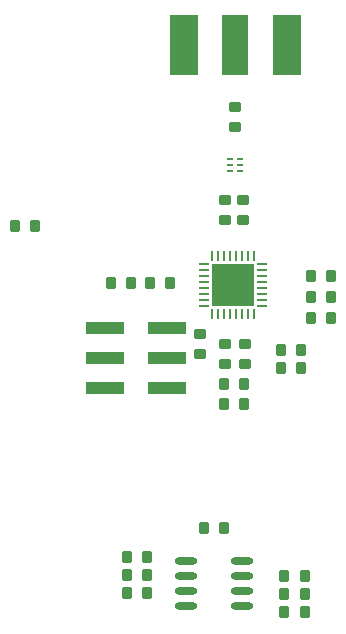
<source format=gtp>
G04 Layer_Color=8421504*
%FSLAX25Y25*%
%MOIN*%
G70*
G01*
G75*
%ADD10O,0.03740X0.00984*%
%ADD11O,0.00984X0.03740*%
%ADD12R,0.14173X0.14173*%
%ADD13O,0.07480X0.02362*%
G04:AMPARAMS|DCode=14|XSize=39.37mil|YSize=35.43mil|CornerRadius=4.43mil|HoleSize=0mil|Usage=FLASHONLY|Rotation=90.000|XOffset=0mil|YOffset=0mil|HoleType=Round|Shape=RoundedRectangle|*
%AMROUNDEDRECTD14*
21,1,0.03937,0.02658,0,0,90.0*
21,1,0.03051,0.03543,0,0,90.0*
1,1,0.00886,0.01329,0.01526*
1,1,0.00886,0.01329,-0.01526*
1,1,0.00886,-0.01329,-0.01526*
1,1,0.00886,-0.01329,0.01526*
%
%ADD14ROUNDEDRECTD14*%
%ADD15R,0.02165X0.00984*%
G04:AMPARAMS|DCode=16|XSize=39.37mil|YSize=35.43mil|CornerRadius=4.43mil|HoleSize=0mil|Usage=FLASHONLY|Rotation=180.000|XOffset=0mil|YOffset=0mil|HoleType=Round|Shape=RoundedRectangle|*
%AMROUNDEDRECTD16*
21,1,0.03937,0.02658,0,0,180.0*
21,1,0.03051,0.03543,0,0,180.0*
1,1,0.00886,-0.01526,0.01329*
1,1,0.00886,0.01526,0.01329*
1,1,0.00886,0.01526,-0.01329*
1,1,0.00886,-0.01526,-0.01329*
%
%ADD16ROUNDEDRECTD16*%
%ADD17R,0.12500X0.04488*%
%ADD18R,0.09016X0.20000*%
%ADD19R,0.09508X0.20000*%
D10*
X208791Y272500D02*
D03*
Y274469D02*
D03*
Y276437D02*
D03*
Y278406D02*
D03*
Y280374D02*
D03*
Y282343D02*
D03*
Y284311D02*
D03*
Y286280D02*
D03*
X189500D02*
D03*
Y284311D02*
D03*
Y282343D02*
D03*
Y280374D02*
D03*
Y278406D02*
D03*
Y276437D02*
D03*
Y274469D02*
D03*
Y272500D02*
D03*
D11*
X206035Y289035D02*
D03*
X204067D02*
D03*
X202098D02*
D03*
X200130D02*
D03*
X198161D02*
D03*
X196193D02*
D03*
X194224D02*
D03*
X192256D02*
D03*
Y269744D02*
D03*
X194224D02*
D03*
X196193D02*
D03*
X198161D02*
D03*
X200130D02*
D03*
X202098D02*
D03*
X204067D02*
D03*
X206035D02*
D03*
D12*
X199146Y279390D02*
D03*
D13*
X202165Y172421D02*
D03*
Y177421D02*
D03*
Y182421D02*
D03*
Y187421D02*
D03*
X183661Y172421D02*
D03*
Y177421D02*
D03*
Y182421D02*
D03*
Y187421D02*
D03*
D14*
X163976Y188583D02*
D03*
X170669D02*
D03*
X216339Y176378D02*
D03*
X223032D02*
D03*
X170669Y176772D02*
D03*
X163976D02*
D03*
X216339Y170472D02*
D03*
X223032D02*
D03*
X170669Y182677D02*
D03*
X163976D02*
D03*
X223031Y182283D02*
D03*
X216339D02*
D03*
X196260Y198425D02*
D03*
X189567D02*
D03*
X126654Y299000D02*
D03*
X133346D02*
D03*
X171654Y280000D02*
D03*
X178346D02*
D03*
X215157Y257874D02*
D03*
X221850D02*
D03*
X196260Y239764D02*
D03*
X202953D02*
D03*
X196260Y246457D02*
D03*
X202953D02*
D03*
X165346Y280000D02*
D03*
X158654D02*
D03*
X225154Y275500D02*
D03*
X231846D02*
D03*
X225154Y268500D02*
D03*
X231846D02*
D03*
X225154Y282500D02*
D03*
X231846D02*
D03*
X215157Y251575D02*
D03*
X221850D02*
D03*
D15*
X198154Y317500D02*
D03*
Y319469D02*
D03*
Y321437D02*
D03*
X201500Y317500D02*
D03*
Y319469D02*
D03*
Y321437D02*
D03*
D16*
X196457Y252953D02*
D03*
Y259646D02*
D03*
X188189Y263189D02*
D03*
Y256496D02*
D03*
X203150Y259646D02*
D03*
Y252953D02*
D03*
X196500Y301154D02*
D03*
Y307846D02*
D03*
X202500Y301154D02*
D03*
Y307846D02*
D03*
X200000Y332154D02*
D03*
Y338846D02*
D03*
D17*
X177177Y265118D02*
D03*
X156685D02*
D03*
X177177Y255118D02*
D03*
X156685D02*
D03*
Y245118D02*
D03*
X177177D02*
D03*
D18*
X200000Y359500D02*
D03*
D19*
X217254D02*
D03*
X182746D02*
D03*
M02*

</source>
